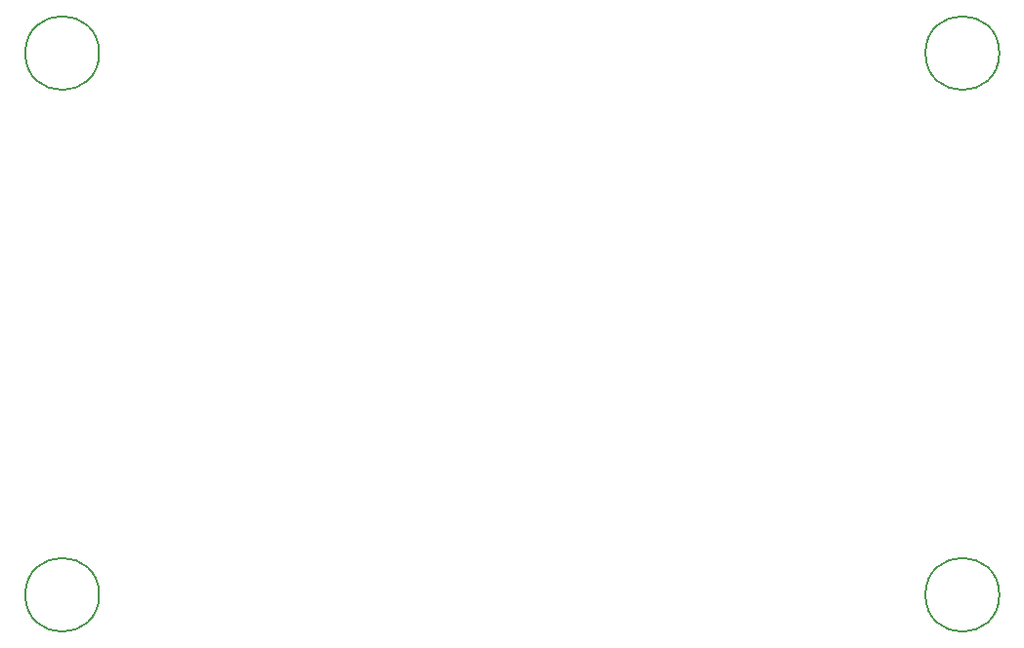
<source format=gbr>
%TF.GenerationSoftware,KiCad,Pcbnew,8.0.4*%
%TF.CreationDate,2024-09-14T20:38:07+07:00*%
%TF.ProjectId,msi_SDR_ADC,6d73695f-5344-4525-9f41-44432e6b6963,R0.1*%
%TF.SameCoordinates,PX72ade90PY75c75e0*%
%TF.FileFunction,Other,Comment*%
%FSLAX46Y46*%
G04 Gerber Fmt 4.6, Leading zero omitted, Abs format (unit mm)*
G04 Created by KiCad (PCBNEW 8.0.4) date 2024-09-14 20:38:07*
%MOMM*%
%LPD*%
G01*
G04 APERTURE LIST*
%ADD10C,0.150000*%
G04 APERTURE END LIST*
D10*
%TO.C,REF\u002A\u002A*%
X84700000Y3500000D02*
G75*
G02*
X78300000Y3500000I-3200000J0D01*
G01*
X78300000Y3500000D02*
G75*
G02*
X84700000Y3500000I3200000J0D01*
G01*
X6700000Y3500000D02*
G75*
G02*
X300000Y3500000I-3200000J0D01*
G01*
X300000Y3500000D02*
G75*
G02*
X6700000Y3500000I3200000J0D01*
G01*
X6700000Y50500000D02*
G75*
G02*
X300000Y50500000I-3200000J0D01*
G01*
X300000Y50500000D02*
G75*
G02*
X6700000Y50500000I3200000J0D01*
G01*
X84700000Y50500000D02*
G75*
G02*
X78300000Y50500000I-3200000J0D01*
G01*
X78300000Y50500000D02*
G75*
G02*
X84700000Y50500000I3200000J0D01*
G01*
%TD*%
M02*

</source>
